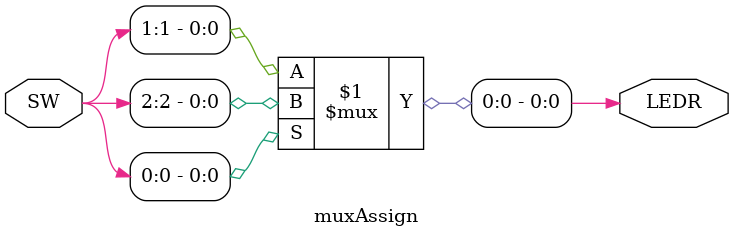
<source format=v>


module muxAssign(

	//////////// LED //////////
	output		     [9:0]		LEDR,

	//////////// SW //////////
	input 		     [9:0]		SW
);



//=======================================================
//  REG/WIRE declarations
//=======================================================




//=======================================================
//  Structural coding
//=======================================================
assign LEDR[0] = SW[0] ? SW[2] : SW[1];


endmodule

</source>
